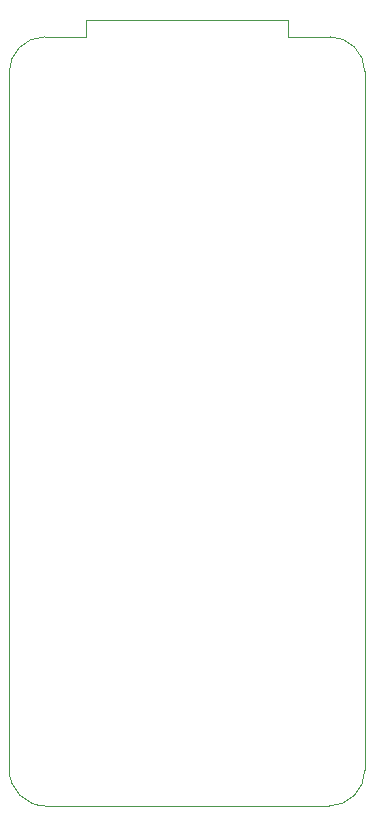
<source format=gm1>
G04 #@! TF.GenerationSoftware,KiCad,Pcbnew,7.0.2-0*
G04 #@! TF.CreationDate,2024-01-15T23:03:40+01:00*
G04 #@! TF.ProjectId,network_player,6e657477-6f72-46b5-9f70-6c617965722e,rev?*
G04 #@! TF.SameCoordinates,Original*
G04 #@! TF.FileFunction,Profile,NP*
%FSLAX46Y46*%
G04 Gerber Fmt 4.6, Leading zero omitted, Abs format (unit mm)*
G04 Created by KiCad (PCBNEW 7.0.2-0) date 2024-01-15 23:03:40*
%MOMM*%
%LPD*%
G01*
G04 APERTURE LIST*
G04 #@! TA.AperFunction,Profile*
%ADD10C,0.038100*%
G04 #@! TD*
G04 APERTURE END LIST*
D10*
X105435400Y-105765600D02*
G75*
G03*
X108559600Y-108889800I3124200J0D01*
G01*
X135534400Y-46685200D02*
X135559800Y-105816400D01*
X108432494Y-43764414D02*
X111937800Y-43764200D01*
X111937800Y-42325000D02*
X129057400Y-42350400D01*
X132486400Y-108889800D02*
X108559600Y-108889800D01*
X105435400Y-105765600D02*
X105435400Y-73300000D01*
X129057400Y-43764200D02*
X132613400Y-43764200D01*
X129057400Y-42350400D02*
X129057400Y-43764200D01*
X132486400Y-108889800D02*
G75*
G03*
X135559800Y-105816400I0J3073400D01*
G01*
X105435400Y-73300000D02*
X105435400Y-46786800D01*
X111937800Y-43764200D02*
X111937800Y-42325000D01*
X135534400Y-46685200D02*
G75*
G03*
X132613400Y-43764200I-2921000J0D01*
G01*
X108432494Y-43764395D02*
G75*
G03*
X105435401Y-46786800I6J-2997205D01*
G01*
M02*

</source>
